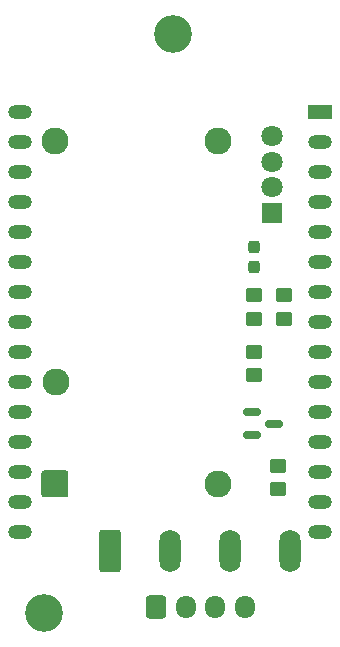
<source format=gbr>
%TF.GenerationSoftware,KiCad,Pcbnew,8.0.8+1*%
%TF.CreationDate,2025-02-28T13:13:44+11:00*%
%TF.ProjectId,vichyctl,76696368-7963-4746-9c2e-6b696361645f,rev?*%
%TF.SameCoordinates,Original*%
%TF.FileFunction,Soldermask,Top*%
%TF.FilePolarity,Negative*%
%FSLAX46Y46*%
G04 Gerber Fmt 4.6, Leading zero omitted, Abs format (unit mm)*
G04 Created by KiCad (PCBNEW 8.0.8+1) date 2025-02-28 13:13:44*
%MOMM*%
%LPD*%
G01*
G04 APERTURE LIST*
G04 Aperture macros list*
%AMRoundRect*
0 Rectangle with rounded corners*
0 $1 Rounding radius*
0 $2 $3 $4 $5 $6 $7 $8 $9 X,Y pos of 4 corners*
0 Add a 4 corners polygon primitive as box body*
4,1,4,$2,$3,$4,$5,$6,$7,$8,$9,$2,$3,0*
0 Add four circle primitives for the rounded corners*
1,1,$1+$1,$2,$3*
1,1,$1+$1,$4,$5*
1,1,$1+$1,$6,$7*
1,1,$1+$1,$8,$9*
0 Add four rect primitives between the rounded corners*
20,1,$1+$1,$2,$3,$4,$5,0*
20,1,$1+$1,$4,$5,$6,$7,0*
20,1,$1+$1,$6,$7,$8,$9,0*
20,1,$1+$1,$8,$9,$2,$3,0*%
G04 Aperture macros list end*
%ADD10RoundRect,0.250000X-0.600000X-0.725000X0.600000X-0.725000X0.600000X0.725000X-0.600000X0.725000X0*%
%ADD11O,1.700000X1.950000*%
%ADD12RoundRect,0.250000X-0.650000X-1.550000X0.650000X-1.550000X0.650000X1.550000X-0.650000X1.550000X0*%
%ADD13O,1.800000X3.600000*%
%ADD14RoundRect,0.250000X0.450000X-0.350000X0.450000X0.350000X-0.450000X0.350000X-0.450000X-0.350000X0*%
%ADD15RoundRect,0.150000X-0.587500X-0.150000X0.587500X-0.150000X0.587500X0.150000X-0.587500X0.150000X0*%
%ADD16RoundRect,0.250000X-0.893000X-0.893000X0.893000X-0.893000X0.893000X0.893000X-0.893000X0.893000X0*%
%ADD17C,2.286000*%
%ADD18R,1.800000X1.800000*%
%ADD19C,1.800000*%
%ADD20C,3.200000*%
%ADD21RoundRect,0.237500X0.237500X-0.287500X0.237500X0.287500X-0.237500X0.287500X-0.237500X-0.287500X0*%
%ADD22RoundRect,0.250000X-0.450000X0.350000X-0.450000X-0.350000X0.450000X-0.350000X0.450000X0.350000X0*%
%ADD23R,2.000000X1.200000*%
%ADD24O,2.000000X1.200000*%
G04 APERTURE END LIST*
D10*
%TO.C,J1*%
X132962000Y-94234000D03*
D11*
X135462000Y-94234000D03*
X137962000Y-94234000D03*
X140462000Y-94234000D03*
%TD*%
D12*
%TO.C,J2*%
X129032000Y-89555000D03*
D13*
X134112000Y-89555000D03*
X139192000Y-89555000D03*
X144272000Y-89555000D03*
%TD*%
D14*
%TO.C,R2*%
X141224000Y-69850000D03*
X141224000Y-67850000D03*
%TD*%
D15*
%TO.C,Q1*%
X141048500Y-77790000D03*
X141048500Y-79690000D03*
X142923500Y-78740000D03*
%TD*%
D14*
%TO.C,R4*%
X141224000Y-74644000D03*
X141224000Y-72644000D03*
%TD*%
D16*
%TO.C,U1*%
X124418000Y-83842000D03*
D17*
X138218000Y-83842000D03*
X138218000Y-54842000D03*
X124418000Y-54842000D03*
X124434600Y-75184000D03*
%TD*%
D18*
%TO.C,D2*%
X142748000Y-60898000D03*
D19*
X142748000Y-58739000D03*
X142748000Y-56580000D03*
X142748000Y-54421000D03*
%TD*%
D20*
%TO.C,H2*%
X134366000Y-45720000D03*
%TD*%
D21*
%TO.C,D1*%
X141224000Y-65504000D03*
X141224000Y-63754000D03*
%TD*%
D14*
%TO.C,R3*%
X143256000Y-84312000D03*
X143256000Y-82312000D03*
%TD*%
D20*
%TO.C,H1*%
X123444000Y-94742000D03*
%TD*%
D22*
%TO.C,R1*%
X143764000Y-67850000D03*
X143764000Y-69850000D03*
%TD*%
D23*
%TO.C,U2*%
X146812000Y-52324000D03*
D24*
X146812000Y-54864000D03*
X146812000Y-57404000D03*
X146812000Y-59944000D03*
X146812000Y-62484000D03*
X146812000Y-65024000D03*
X146812000Y-67564000D03*
X146812000Y-70104000D03*
X146812000Y-72644000D03*
X146812000Y-75184000D03*
X146812000Y-77724000D03*
X146812000Y-80264000D03*
X146812000Y-82804000D03*
X146812000Y-85344000D03*
X146812000Y-87884000D03*
X121412000Y-87884000D03*
X121412000Y-85344000D03*
X121412000Y-82804000D03*
X121412000Y-80264000D03*
X121412000Y-77724000D03*
X121412000Y-75184000D03*
X121412000Y-72644000D03*
X121412000Y-70104000D03*
X121412000Y-67564000D03*
X121412000Y-65024000D03*
X121412000Y-62484000D03*
X121412000Y-59944000D03*
X121412000Y-57404000D03*
X121412000Y-54864000D03*
X121412000Y-52324000D03*
%TD*%
M02*

</source>
